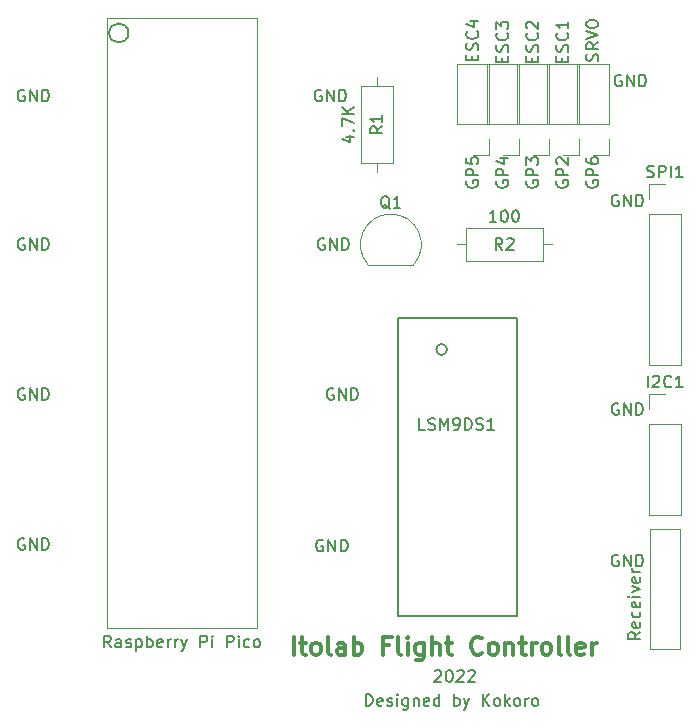
<source format=gto>
%TF.GenerationSoftware,KiCad,Pcbnew,(6.0.0-0)*%
%TF.CreationDate,2022-07-23T10:22:29+09:00*%
%TF.ProjectId,drone_board,64726f6e-655f-4626-9f61-72642e6b6963,rev?*%
%TF.SameCoordinates,Original*%
%TF.FileFunction,Legend,Top*%
%TF.FilePolarity,Positive*%
%FSLAX46Y46*%
G04 Gerber Fmt 4.6, Leading zero omitted, Abs format (unit mm)*
G04 Created by KiCad (PCBNEW (6.0.0-0)) date 2022-07-23 10:22:29*
%MOMM*%
%LPD*%
G01*
G04 APERTURE LIST*
%ADD10C,0.150000*%
%ADD11C,0.300000*%
%ADD12C,0.120000*%
%ADD13C,0.200000*%
G04 APERTURE END LIST*
D10*
X53467095Y-49030000D02*
X53371857Y-48982380D01*
X53229000Y-48982380D01*
X53086142Y-49030000D01*
X52990904Y-49125238D01*
X52943285Y-49220476D01*
X52895666Y-49410952D01*
X52895666Y-49553809D01*
X52943285Y-49744285D01*
X52990904Y-49839523D01*
X53086142Y-49934761D01*
X53229000Y-49982380D01*
X53324238Y-49982380D01*
X53467095Y-49934761D01*
X53514714Y-49887142D01*
X53514714Y-49553809D01*
X53324238Y-49553809D01*
X53943285Y-49982380D02*
X53943285Y-48982380D01*
X54514714Y-49982380D01*
X54514714Y-48982380D01*
X54990904Y-49982380D02*
X54990904Y-48982380D01*
X55229000Y-48982380D01*
X55371857Y-49030000D01*
X55467095Y-49125238D01*
X55514714Y-49220476D01*
X55562333Y-49410952D01*
X55562333Y-49553809D01*
X55514714Y-49744285D01*
X55467095Y-49839523D01*
X55371857Y-49934761D01*
X55229000Y-49982380D01*
X54990904Y-49982380D01*
X53467095Y-74430000D02*
X53371857Y-74382380D01*
X53229000Y-74382380D01*
X53086142Y-74430000D01*
X52990904Y-74525238D01*
X52943285Y-74620476D01*
X52895666Y-74810952D01*
X52895666Y-74953809D01*
X52943285Y-75144285D01*
X52990904Y-75239523D01*
X53086142Y-75334761D01*
X53229000Y-75382380D01*
X53324238Y-75382380D01*
X53467095Y-75334761D01*
X53514714Y-75287142D01*
X53514714Y-74953809D01*
X53324238Y-74953809D01*
X53943285Y-75382380D02*
X53943285Y-74382380D01*
X54514714Y-75382380D01*
X54514714Y-74382380D01*
X54990904Y-75382380D02*
X54990904Y-74382380D01*
X55229000Y-74382380D01*
X55371857Y-74430000D01*
X55467095Y-74525238D01*
X55514714Y-74620476D01*
X55562333Y-74810952D01*
X55562333Y-74953809D01*
X55514714Y-75144285D01*
X55467095Y-75239523D01*
X55371857Y-75334761D01*
X55229000Y-75382380D01*
X54990904Y-75382380D01*
X82376285Y-88590380D02*
X82376285Y-87590380D01*
X82614380Y-87590380D01*
X82757238Y-87638000D01*
X82852476Y-87733238D01*
X82900095Y-87828476D01*
X82947714Y-88018952D01*
X82947714Y-88161809D01*
X82900095Y-88352285D01*
X82852476Y-88447523D01*
X82757238Y-88542761D01*
X82614380Y-88590380D01*
X82376285Y-88590380D01*
X83757238Y-88542761D02*
X83662000Y-88590380D01*
X83471523Y-88590380D01*
X83376285Y-88542761D01*
X83328666Y-88447523D01*
X83328666Y-88066571D01*
X83376285Y-87971333D01*
X83471523Y-87923714D01*
X83662000Y-87923714D01*
X83757238Y-87971333D01*
X83804857Y-88066571D01*
X83804857Y-88161809D01*
X83328666Y-88257047D01*
X84185809Y-88542761D02*
X84281047Y-88590380D01*
X84471523Y-88590380D01*
X84566761Y-88542761D01*
X84614380Y-88447523D01*
X84614380Y-88399904D01*
X84566761Y-88304666D01*
X84471523Y-88257047D01*
X84328666Y-88257047D01*
X84233428Y-88209428D01*
X84185809Y-88114190D01*
X84185809Y-88066571D01*
X84233428Y-87971333D01*
X84328666Y-87923714D01*
X84471523Y-87923714D01*
X84566761Y-87971333D01*
X85042952Y-88590380D02*
X85042952Y-87923714D01*
X85042952Y-87590380D02*
X84995333Y-87638000D01*
X85042952Y-87685619D01*
X85090571Y-87638000D01*
X85042952Y-87590380D01*
X85042952Y-87685619D01*
X85947714Y-87923714D02*
X85947714Y-88733238D01*
X85900095Y-88828476D01*
X85852476Y-88876095D01*
X85757238Y-88923714D01*
X85614380Y-88923714D01*
X85519142Y-88876095D01*
X85947714Y-88542761D02*
X85852476Y-88590380D01*
X85662000Y-88590380D01*
X85566761Y-88542761D01*
X85519142Y-88495142D01*
X85471523Y-88399904D01*
X85471523Y-88114190D01*
X85519142Y-88018952D01*
X85566761Y-87971333D01*
X85662000Y-87923714D01*
X85852476Y-87923714D01*
X85947714Y-87971333D01*
X86423904Y-87923714D02*
X86423904Y-88590380D01*
X86423904Y-88018952D02*
X86471523Y-87971333D01*
X86566761Y-87923714D01*
X86709619Y-87923714D01*
X86804857Y-87971333D01*
X86852476Y-88066571D01*
X86852476Y-88590380D01*
X87709619Y-88542761D02*
X87614380Y-88590380D01*
X87423904Y-88590380D01*
X87328666Y-88542761D01*
X87281047Y-88447523D01*
X87281047Y-88066571D01*
X87328666Y-87971333D01*
X87423904Y-87923714D01*
X87614380Y-87923714D01*
X87709619Y-87971333D01*
X87757238Y-88066571D01*
X87757238Y-88161809D01*
X87281047Y-88257047D01*
X88614380Y-88590380D02*
X88614380Y-87590380D01*
X88614380Y-88542761D02*
X88519142Y-88590380D01*
X88328666Y-88590380D01*
X88233428Y-88542761D01*
X88185809Y-88495142D01*
X88138190Y-88399904D01*
X88138190Y-88114190D01*
X88185809Y-88018952D01*
X88233428Y-87971333D01*
X88328666Y-87923714D01*
X88519142Y-87923714D01*
X88614380Y-87971333D01*
X89852476Y-88590380D02*
X89852476Y-87590380D01*
X89852476Y-87971333D02*
X89947714Y-87923714D01*
X90138190Y-87923714D01*
X90233428Y-87971333D01*
X90281047Y-88018952D01*
X90328666Y-88114190D01*
X90328666Y-88399904D01*
X90281047Y-88495142D01*
X90233428Y-88542761D01*
X90138190Y-88590380D01*
X89947714Y-88590380D01*
X89852476Y-88542761D01*
X90662000Y-87923714D02*
X90900095Y-88590380D01*
X91138190Y-87923714D02*
X90900095Y-88590380D01*
X90804857Y-88828476D01*
X90757238Y-88876095D01*
X90662000Y-88923714D01*
X92281047Y-88590380D02*
X92281047Y-87590380D01*
X92852476Y-88590380D02*
X92423904Y-88018952D01*
X92852476Y-87590380D02*
X92281047Y-88161809D01*
X93423904Y-88590380D02*
X93328666Y-88542761D01*
X93281047Y-88495142D01*
X93233428Y-88399904D01*
X93233428Y-88114190D01*
X93281047Y-88018952D01*
X93328666Y-87971333D01*
X93423904Y-87923714D01*
X93566761Y-87923714D01*
X93662000Y-87971333D01*
X93709619Y-88018952D01*
X93757238Y-88114190D01*
X93757238Y-88399904D01*
X93709619Y-88495142D01*
X93662000Y-88542761D01*
X93566761Y-88590380D01*
X93423904Y-88590380D01*
X94185809Y-88590380D02*
X94185809Y-87590380D01*
X94281047Y-88209428D02*
X94566761Y-88590380D01*
X94566761Y-87923714D02*
X94185809Y-88304666D01*
X95138190Y-88590380D02*
X95042952Y-88542761D01*
X94995333Y-88495142D01*
X94947714Y-88399904D01*
X94947714Y-88114190D01*
X94995333Y-88018952D01*
X95042952Y-87971333D01*
X95138190Y-87923714D01*
X95281047Y-87923714D01*
X95376285Y-87971333D01*
X95423904Y-88018952D01*
X95471523Y-88114190D01*
X95471523Y-88399904D01*
X95423904Y-88495142D01*
X95376285Y-88542761D01*
X95281047Y-88590380D01*
X95138190Y-88590380D01*
X95900095Y-88590380D02*
X95900095Y-87923714D01*
X95900095Y-88114190D02*
X95947714Y-88018952D01*
X95995333Y-87971333D01*
X96090571Y-87923714D01*
X96185809Y-87923714D01*
X96662000Y-88590380D02*
X96566761Y-88542761D01*
X96519142Y-88495142D01*
X96471523Y-88399904D01*
X96471523Y-88114190D01*
X96519142Y-88018952D01*
X96566761Y-87971333D01*
X96662000Y-87923714D01*
X96804857Y-87923714D01*
X96900095Y-87971333D01*
X96947714Y-88018952D01*
X96995333Y-88114190D01*
X96995333Y-88399904D01*
X96947714Y-88495142D01*
X96900095Y-88542761D01*
X96804857Y-88590380D01*
X96662000Y-88590380D01*
X88201714Y-85653619D02*
X88249333Y-85606000D01*
X88344571Y-85558380D01*
X88582666Y-85558380D01*
X88677904Y-85606000D01*
X88725523Y-85653619D01*
X88773142Y-85748857D01*
X88773142Y-85844095D01*
X88725523Y-85986952D01*
X88154095Y-86558380D01*
X88773142Y-86558380D01*
X89392190Y-85558380D02*
X89487428Y-85558380D01*
X89582666Y-85606000D01*
X89630285Y-85653619D01*
X89677904Y-85748857D01*
X89725523Y-85939333D01*
X89725523Y-86177428D01*
X89677904Y-86367904D01*
X89630285Y-86463142D01*
X89582666Y-86510761D01*
X89487428Y-86558380D01*
X89392190Y-86558380D01*
X89296952Y-86510761D01*
X89249333Y-86463142D01*
X89201714Y-86367904D01*
X89154095Y-86177428D01*
X89154095Y-85939333D01*
X89201714Y-85748857D01*
X89249333Y-85653619D01*
X89296952Y-85606000D01*
X89392190Y-85558380D01*
X90106476Y-85653619D02*
X90154095Y-85606000D01*
X90249333Y-85558380D01*
X90487428Y-85558380D01*
X90582666Y-85606000D01*
X90630285Y-85653619D01*
X90677904Y-85748857D01*
X90677904Y-85844095D01*
X90630285Y-85986952D01*
X90058857Y-86558380D01*
X90677904Y-86558380D01*
X91058857Y-85653619D02*
X91106476Y-85606000D01*
X91201714Y-85558380D01*
X91439809Y-85558380D01*
X91535047Y-85606000D01*
X91582666Y-85653619D01*
X91630285Y-85748857D01*
X91630285Y-85844095D01*
X91582666Y-85986952D01*
X91011238Y-86558380D01*
X91630285Y-86558380D01*
D11*
X76276999Y-84244571D02*
X76276999Y-82744571D01*
X76776999Y-83244571D02*
X77348428Y-83244571D01*
X76991285Y-82744571D02*
X76991285Y-84030285D01*
X77062714Y-84173142D01*
X77205571Y-84244571D01*
X77348428Y-84244571D01*
X78062714Y-84244571D02*
X77919857Y-84173142D01*
X77848428Y-84101714D01*
X77776999Y-83958857D01*
X77776999Y-83530285D01*
X77848428Y-83387428D01*
X77919857Y-83316000D01*
X78062714Y-83244571D01*
X78276999Y-83244571D01*
X78419857Y-83316000D01*
X78491285Y-83387428D01*
X78562714Y-83530285D01*
X78562714Y-83958857D01*
X78491285Y-84101714D01*
X78419857Y-84173142D01*
X78276999Y-84244571D01*
X78062714Y-84244571D01*
X79419857Y-84244571D02*
X79276999Y-84173142D01*
X79205571Y-84030285D01*
X79205571Y-82744571D01*
X80634142Y-84244571D02*
X80634142Y-83458857D01*
X80562714Y-83316000D01*
X80419857Y-83244571D01*
X80134142Y-83244571D01*
X79991285Y-83316000D01*
X80634142Y-84173142D02*
X80491285Y-84244571D01*
X80134142Y-84244571D01*
X79991285Y-84173142D01*
X79919857Y-84030285D01*
X79919857Y-83887428D01*
X79991285Y-83744571D01*
X80134142Y-83673142D01*
X80491285Y-83673142D01*
X80634142Y-83601714D01*
X81348428Y-84244571D02*
X81348428Y-82744571D01*
X81348428Y-83316000D02*
X81491285Y-83244571D01*
X81776999Y-83244571D01*
X81919857Y-83316000D01*
X81991285Y-83387428D01*
X82062714Y-83530285D01*
X82062714Y-83958857D01*
X81991285Y-84101714D01*
X81919857Y-84173142D01*
X81776999Y-84244571D01*
X81491285Y-84244571D01*
X81348428Y-84173142D01*
X84348428Y-83458857D02*
X83848428Y-83458857D01*
X83848428Y-84244571D02*
X83848428Y-82744571D01*
X84562714Y-82744571D01*
X85348428Y-84244571D02*
X85205571Y-84173142D01*
X85134142Y-84030285D01*
X85134142Y-82744571D01*
X85919857Y-84244571D02*
X85919857Y-83244571D01*
X85919857Y-82744571D02*
X85848428Y-82816000D01*
X85919857Y-82887428D01*
X85991285Y-82816000D01*
X85919857Y-82744571D01*
X85919857Y-82887428D01*
X87276999Y-83244571D02*
X87276999Y-84458857D01*
X87205571Y-84601714D01*
X87134142Y-84673142D01*
X86991285Y-84744571D01*
X86776999Y-84744571D01*
X86634142Y-84673142D01*
X87276999Y-84173142D02*
X87134142Y-84244571D01*
X86848428Y-84244571D01*
X86705571Y-84173142D01*
X86634142Y-84101714D01*
X86562714Y-83958857D01*
X86562714Y-83530285D01*
X86634142Y-83387428D01*
X86705571Y-83316000D01*
X86848428Y-83244571D01*
X87134142Y-83244571D01*
X87276999Y-83316000D01*
X87991285Y-84244571D02*
X87991285Y-82744571D01*
X88634142Y-84244571D02*
X88634142Y-83458857D01*
X88562714Y-83316000D01*
X88419857Y-83244571D01*
X88205571Y-83244571D01*
X88062714Y-83316000D01*
X87991285Y-83387428D01*
X89134142Y-83244571D02*
X89705571Y-83244571D01*
X89348428Y-82744571D02*
X89348428Y-84030285D01*
X89419857Y-84173142D01*
X89562714Y-84244571D01*
X89705571Y-84244571D01*
X92205571Y-84101714D02*
X92134142Y-84173142D01*
X91919857Y-84244571D01*
X91776999Y-84244571D01*
X91562714Y-84173142D01*
X91419857Y-84030285D01*
X91348428Y-83887428D01*
X91276999Y-83601714D01*
X91276999Y-83387428D01*
X91348428Y-83101714D01*
X91419857Y-82958857D01*
X91562714Y-82816000D01*
X91776999Y-82744571D01*
X91919857Y-82744571D01*
X92134142Y-82816000D01*
X92205571Y-82887428D01*
X93062714Y-84244571D02*
X92919857Y-84173142D01*
X92848428Y-84101714D01*
X92776999Y-83958857D01*
X92776999Y-83530285D01*
X92848428Y-83387428D01*
X92919857Y-83316000D01*
X93062714Y-83244571D01*
X93276999Y-83244571D01*
X93419857Y-83316000D01*
X93491285Y-83387428D01*
X93562714Y-83530285D01*
X93562714Y-83958857D01*
X93491285Y-84101714D01*
X93419857Y-84173142D01*
X93276999Y-84244571D01*
X93062714Y-84244571D01*
X94205571Y-83244571D02*
X94205571Y-84244571D01*
X94205571Y-83387428D02*
X94276999Y-83316000D01*
X94419857Y-83244571D01*
X94634142Y-83244571D01*
X94776999Y-83316000D01*
X94848428Y-83458857D01*
X94848428Y-84244571D01*
X95348428Y-83244571D02*
X95919857Y-83244571D01*
X95562714Y-82744571D02*
X95562714Y-84030285D01*
X95634142Y-84173142D01*
X95776999Y-84244571D01*
X95919857Y-84244571D01*
X96419857Y-84244571D02*
X96419857Y-83244571D01*
X96419857Y-83530285D02*
X96491285Y-83387428D01*
X96562714Y-83316000D01*
X96705571Y-83244571D01*
X96848428Y-83244571D01*
X97562714Y-84244571D02*
X97419857Y-84173142D01*
X97348428Y-84101714D01*
X97277000Y-83958857D01*
X97277000Y-83530285D01*
X97348428Y-83387428D01*
X97419857Y-83316000D01*
X97562714Y-83244571D01*
X97777000Y-83244571D01*
X97919857Y-83316000D01*
X97991285Y-83387428D01*
X98062714Y-83530285D01*
X98062714Y-83958857D01*
X97991285Y-84101714D01*
X97919857Y-84173142D01*
X97777000Y-84244571D01*
X97562714Y-84244571D01*
X98919857Y-84244571D02*
X98777000Y-84173142D01*
X98705571Y-84030285D01*
X98705571Y-82744571D01*
X99705571Y-84244571D02*
X99562714Y-84173142D01*
X99491285Y-84030285D01*
X99491285Y-82744571D01*
X100848428Y-84173142D02*
X100705571Y-84244571D01*
X100419857Y-84244571D01*
X100277000Y-84173142D01*
X100205571Y-84030285D01*
X100205571Y-83458857D01*
X100277000Y-83316000D01*
X100419857Y-83244571D01*
X100705571Y-83244571D01*
X100848428Y-83316000D01*
X100919857Y-83458857D01*
X100919857Y-83601714D01*
X100205571Y-83744571D01*
X101562714Y-84244571D02*
X101562714Y-83244571D01*
X101562714Y-83530285D02*
X101634142Y-83387428D01*
X101705571Y-83316000D01*
X101848428Y-83244571D01*
X101991285Y-83244571D01*
D10*
X104013095Y-35187000D02*
X103917857Y-35139380D01*
X103775000Y-35139380D01*
X103632142Y-35187000D01*
X103536904Y-35282238D01*
X103489285Y-35377476D01*
X103441666Y-35567952D01*
X103441666Y-35710809D01*
X103489285Y-35901285D01*
X103536904Y-35996523D01*
X103632142Y-36091761D01*
X103775000Y-36139380D01*
X103870238Y-36139380D01*
X104013095Y-36091761D01*
X104060714Y-36044142D01*
X104060714Y-35710809D01*
X103870238Y-35710809D01*
X104489285Y-36139380D02*
X104489285Y-35139380D01*
X105060714Y-36139380D01*
X105060714Y-35139380D01*
X105536904Y-36139380D02*
X105536904Y-35139380D01*
X105775000Y-35139380D01*
X105917857Y-35187000D01*
X106013095Y-35282238D01*
X106060714Y-35377476D01*
X106108333Y-35567952D01*
X106108333Y-35710809D01*
X106060714Y-35901285D01*
X106013095Y-35996523D01*
X105917857Y-36091761D01*
X105775000Y-36139380D01*
X105536904Y-36139380D01*
X79629095Y-61730000D02*
X79533857Y-61682380D01*
X79391000Y-61682380D01*
X79248142Y-61730000D01*
X79152904Y-61825238D01*
X79105285Y-61920476D01*
X79057666Y-62110952D01*
X79057666Y-62253809D01*
X79105285Y-62444285D01*
X79152904Y-62539523D01*
X79248142Y-62634761D01*
X79391000Y-62682380D01*
X79486238Y-62682380D01*
X79629095Y-62634761D01*
X79676714Y-62587142D01*
X79676714Y-62253809D01*
X79486238Y-62253809D01*
X80105285Y-62682380D02*
X80105285Y-61682380D01*
X80676714Y-62682380D01*
X80676714Y-61682380D01*
X81152904Y-62682380D02*
X81152904Y-61682380D01*
X81391000Y-61682380D01*
X81533857Y-61730000D01*
X81629095Y-61825238D01*
X81676714Y-61920476D01*
X81724333Y-62110952D01*
X81724333Y-62253809D01*
X81676714Y-62444285D01*
X81629095Y-62539523D01*
X81533857Y-62634761D01*
X81391000Y-62682380D01*
X81152904Y-62682380D01*
X103759095Y-75827000D02*
X103663857Y-75779380D01*
X103521000Y-75779380D01*
X103378142Y-75827000D01*
X103282904Y-75922238D01*
X103235285Y-76017476D01*
X103187666Y-76207952D01*
X103187666Y-76350809D01*
X103235285Y-76541285D01*
X103282904Y-76636523D01*
X103378142Y-76731761D01*
X103521000Y-76779380D01*
X103616238Y-76779380D01*
X103759095Y-76731761D01*
X103806714Y-76684142D01*
X103806714Y-76350809D01*
X103616238Y-76350809D01*
X104235285Y-76779380D02*
X104235285Y-75779380D01*
X104806714Y-76779380D01*
X104806714Y-75779380D01*
X105282904Y-76779380D02*
X105282904Y-75779380D01*
X105521000Y-75779380D01*
X105663857Y-75827000D01*
X105759095Y-75922238D01*
X105806714Y-76017476D01*
X105854333Y-76207952D01*
X105854333Y-76350809D01*
X105806714Y-76541285D01*
X105759095Y-76636523D01*
X105663857Y-76731761D01*
X105521000Y-76779380D01*
X105282904Y-76779380D01*
X103759095Y-45347000D02*
X103663857Y-45299380D01*
X103521000Y-45299380D01*
X103378142Y-45347000D01*
X103282904Y-45442238D01*
X103235285Y-45537476D01*
X103187666Y-45727952D01*
X103187666Y-45870809D01*
X103235285Y-46061285D01*
X103282904Y-46156523D01*
X103378142Y-46251761D01*
X103521000Y-46299380D01*
X103616238Y-46299380D01*
X103759095Y-46251761D01*
X103806714Y-46204142D01*
X103806714Y-45870809D01*
X103616238Y-45870809D01*
X104235285Y-46299380D02*
X104235285Y-45299380D01*
X104806714Y-46299380D01*
X104806714Y-45299380D01*
X105282904Y-46299380D02*
X105282904Y-45299380D01*
X105521000Y-45299380D01*
X105663857Y-45347000D01*
X105759095Y-45442238D01*
X105806714Y-45537476D01*
X105854333Y-45727952D01*
X105854333Y-45870809D01*
X105806714Y-46061285D01*
X105759095Y-46156523D01*
X105663857Y-46251761D01*
X105521000Y-46299380D01*
X105282904Y-46299380D01*
X53467095Y-36457000D02*
X53371857Y-36409380D01*
X53229000Y-36409380D01*
X53086142Y-36457000D01*
X52990904Y-36552238D01*
X52943285Y-36647476D01*
X52895666Y-36837952D01*
X52895666Y-36980809D01*
X52943285Y-37171285D01*
X52990904Y-37266523D01*
X53086142Y-37361761D01*
X53229000Y-37409380D01*
X53324238Y-37409380D01*
X53467095Y-37361761D01*
X53514714Y-37314142D01*
X53514714Y-36980809D01*
X53324238Y-36980809D01*
X53943285Y-37409380D02*
X53943285Y-36409380D01*
X54514714Y-37409380D01*
X54514714Y-36409380D01*
X54990904Y-37409380D02*
X54990904Y-36409380D01*
X55229000Y-36409380D01*
X55371857Y-36457000D01*
X55467095Y-36552238D01*
X55514714Y-36647476D01*
X55562333Y-36837952D01*
X55562333Y-36980809D01*
X55514714Y-37171285D01*
X55467095Y-37266523D01*
X55371857Y-37361761D01*
X55229000Y-37409380D01*
X54990904Y-37409380D01*
X78867095Y-49030000D02*
X78771857Y-48982380D01*
X78629000Y-48982380D01*
X78486142Y-49030000D01*
X78390904Y-49125238D01*
X78343285Y-49220476D01*
X78295666Y-49410952D01*
X78295666Y-49553809D01*
X78343285Y-49744285D01*
X78390904Y-49839523D01*
X78486142Y-49934761D01*
X78629000Y-49982380D01*
X78724238Y-49982380D01*
X78867095Y-49934761D01*
X78914714Y-49887142D01*
X78914714Y-49553809D01*
X78724238Y-49553809D01*
X79343285Y-49982380D02*
X79343285Y-48982380D01*
X79914714Y-49982380D01*
X79914714Y-48982380D01*
X80390904Y-49982380D02*
X80390904Y-48982380D01*
X80629000Y-48982380D01*
X80771857Y-49030000D01*
X80867095Y-49125238D01*
X80914714Y-49220476D01*
X80962333Y-49410952D01*
X80962333Y-49553809D01*
X80914714Y-49744285D01*
X80867095Y-49839523D01*
X80771857Y-49934761D01*
X80629000Y-49982380D01*
X80390904Y-49982380D01*
X78613095Y-36457000D02*
X78517857Y-36409380D01*
X78375000Y-36409380D01*
X78232142Y-36457000D01*
X78136904Y-36552238D01*
X78089285Y-36647476D01*
X78041666Y-36837952D01*
X78041666Y-36980809D01*
X78089285Y-37171285D01*
X78136904Y-37266523D01*
X78232142Y-37361761D01*
X78375000Y-37409380D01*
X78470238Y-37409380D01*
X78613095Y-37361761D01*
X78660714Y-37314142D01*
X78660714Y-36980809D01*
X78470238Y-36980809D01*
X79089285Y-37409380D02*
X79089285Y-36409380D01*
X79660714Y-37409380D01*
X79660714Y-36409380D01*
X80136904Y-37409380D02*
X80136904Y-36409380D01*
X80375000Y-36409380D01*
X80517857Y-36457000D01*
X80613095Y-36552238D01*
X80660714Y-36647476D01*
X80708333Y-36837952D01*
X80708333Y-36980809D01*
X80660714Y-37171285D01*
X80613095Y-37266523D01*
X80517857Y-37361761D01*
X80375000Y-37409380D01*
X80136904Y-37409380D01*
X78740095Y-74557000D02*
X78644857Y-74509380D01*
X78502000Y-74509380D01*
X78359142Y-74557000D01*
X78263904Y-74652238D01*
X78216285Y-74747476D01*
X78168666Y-74937952D01*
X78168666Y-75080809D01*
X78216285Y-75271285D01*
X78263904Y-75366523D01*
X78359142Y-75461761D01*
X78502000Y-75509380D01*
X78597238Y-75509380D01*
X78740095Y-75461761D01*
X78787714Y-75414142D01*
X78787714Y-75080809D01*
X78597238Y-75080809D01*
X79216285Y-75509380D02*
X79216285Y-74509380D01*
X79787714Y-75509380D01*
X79787714Y-74509380D01*
X80263904Y-75509380D02*
X80263904Y-74509380D01*
X80502000Y-74509380D01*
X80644857Y-74557000D01*
X80740095Y-74652238D01*
X80787714Y-74747476D01*
X80835333Y-74937952D01*
X80835333Y-75080809D01*
X80787714Y-75271285D01*
X80740095Y-75366523D01*
X80644857Y-75461761D01*
X80502000Y-75509380D01*
X80263904Y-75509380D01*
X53467095Y-61730000D02*
X53371857Y-61682380D01*
X53229000Y-61682380D01*
X53086142Y-61730000D01*
X52990904Y-61825238D01*
X52943285Y-61920476D01*
X52895666Y-62110952D01*
X52895666Y-62253809D01*
X52943285Y-62444285D01*
X52990904Y-62539523D01*
X53086142Y-62634761D01*
X53229000Y-62682380D01*
X53324238Y-62682380D01*
X53467095Y-62634761D01*
X53514714Y-62587142D01*
X53514714Y-62253809D01*
X53324238Y-62253809D01*
X53943285Y-62682380D02*
X53943285Y-61682380D01*
X54514714Y-62682380D01*
X54514714Y-61682380D01*
X54990904Y-62682380D02*
X54990904Y-61682380D01*
X55229000Y-61682380D01*
X55371857Y-61730000D01*
X55467095Y-61825238D01*
X55514714Y-61920476D01*
X55562333Y-62110952D01*
X55562333Y-62253809D01*
X55514714Y-62444285D01*
X55467095Y-62539523D01*
X55371857Y-62634761D01*
X55229000Y-62682380D01*
X54990904Y-62682380D01*
X103759095Y-63000000D02*
X103663857Y-62952380D01*
X103521000Y-62952380D01*
X103378142Y-63000000D01*
X103282904Y-63095238D01*
X103235285Y-63190476D01*
X103187666Y-63380952D01*
X103187666Y-63523809D01*
X103235285Y-63714285D01*
X103282904Y-63809523D01*
X103378142Y-63904761D01*
X103521000Y-63952380D01*
X103616238Y-63952380D01*
X103759095Y-63904761D01*
X103806714Y-63857142D01*
X103806714Y-63523809D01*
X103616238Y-63523809D01*
X104235285Y-63952380D02*
X104235285Y-62952380D01*
X104806714Y-63952380D01*
X104806714Y-62952380D01*
X105282904Y-63952380D02*
X105282904Y-62952380D01*
X105521000Y-62952380D01*
X105663857Y-63000000D01*
X105759095Y-63095238D01*
X105806714Y-63190476D01*
X105854333Y-63380952D01*
X105854333Y-63523809D01*
X105806714Y-63714285D01*
X105759095Y-63809523D01*
X105663857Y-63904761D01*
X105521000Y-63952380D01*
X105282904Y-63952380D01*
%TO.C,GP6*%
X101100000Y-44148285D02*
X101052380Y-44243523D01*
X101052380Y-44386380D01*
X101100000Y-44529238D01*
X101195238Y-44624476D01*
X101290476Y-44672095D01*
X101480952Y-44719714D01*
X101623809Y-44719714D01*
X101814285Y-44672095D01*
X101909523Y-44624476D01*
X102004761Y-44529238D01*
X102052380Y-44386380D01*
X102052380Y-44291142D01*
X102004761Y-44148285D01*
X101957142Y-44100666D01*
X101623809Y-44100666D01*
X101623809Y-44291142D01*
X102052380Y-43672095D02*
X101052380Y-43672095D01*
X101052380Y-43291142D01*
X101100000Y-43195904D01*
X101147619Y-43148285D01*
X101242857Y-43100666D01*
X101385714Y-43100666D01*
X101480952Y-43148285D01*
X101528571Y-43195904D01*
X101576190Y-43291142D01*
X101576190Y-43672095D01*
X101052380Y-42243523D02*
X101052380Y-42434000D01*
X101100000Y-42529238D01*
X101147619Y-42576857D01*
X101290476Y-42672095D01*
X101480952Y-42719714D01*
X101861904Y-42719714D01*
X101957142Y-42672095D01*
X102004761Y-42624476D01*
X102052380Y-42529238D01*
X102052380Y-42338761D01*
X102004761Y-42243523D01*
X101957142Y-42195904D01*
X101861904Y-42148285D01*
X101623809Y-42148285D01*
X101528571Y-42195904D01*
X101480952Y-42243523D01*
X101433333Y-42338761D01*
X101433333Y-42529238D01*
X101480952Y-42624476D01*
X101528571Y-42672095D01*
X101623809Y-42719714D01*
X102004761Y-33996095D02*
X102052380Y-33853238D01*
X102052380Y-33615142D01*
X102004761Y-33519904D01*
X101957142Y-33472285D01*
X101861904Y-33424666D01*
X101766666Y-33424666D01*
X101671428Y-33472285D01*
X101623809Y-33519904D01*
X101576190Y-33615142D01*
X101528571Y-33805619D01*
X101480952Y-33900857D01*
X101433333Y-33948476D01*
X101338095Y-33996095D01*
X101242857Y-33996095D01*
X101147619Y-33948476D01*
X101100000Y-33900857D01*
X101052380Y-33805619D01*
X101052380Y-33567523D01*
X101100000Y-33424666D01*
X102052380Y-32424666D02*
X101576190Y-32758000D01*
X102052380Y-32996095D02*
X101052380Y-32996095D01*
X101052380Y-32615142D01*
X101100000Y-32519904D01*
X101147619Y-32472285D01*
X101242857Y-32424666D01*
X101385714Y-32424666D01*
X101480952Y-32472285D01*
X101528571Y-32519904D01*
X101576190Y-32615142D01*
X101576190Y-32996095D01*
X101052380Y-32138952D02*
X102052380Y-31805619D01*
X101052380Y-31472285D01*
X101052380Y-30948476D02*
X101052380Y-30758000D01*
X101100000Y-30662761D01*
X101195238Y-30567523D01*
X101385714Y-30519904D01*
X101719047Y-30519904D01*
X101909523Y-30567523D01*
X102004761Y-30662761D01*
X102052380Y-30758000D01*
X102052380Y-30948476D01*
X102004761Y-31043714D01*
X101909523Y-31138952D01*
X101719047Y-31186571D01*
X101385714Y-31186571D01*
X101195238Y-31138952D01*
X101100000Y-31043714D01*
X101052380Y-30948476D01*
%TO.C,Q1*%
X84406761Y-46517619D02*
X84311523Y-46470000D01*
X84216285Y-46374761D01*
X84073428Y-46231904D01*
X83978190Y-46184285D01*
X83882952Y-46184285D01*
X83930571Y-46422380D02*
X83835333Y-46374761D01*
X83740095Y-46279523D01*
X83692476Y-46089047D01*
X83692476Y-45755714D01*
X83740095Y-45565238D01*
X83835333Y-45470000D01*
X83930571Y-45422380D01*
X84121047Y-45422380D01*
X84216285Y-45470000D01*
X84311523Y-45565238D01*
X84359142Y-45755714D01*
X84359142Y-46089047D01*
X84311523Y-46279523D01*
X84216285Y-46374761D01*
X84121047Y-46422380D01*
X83930571Y-46422380D01*
X85311523Y-46422380D02*
X84740095Y-46422380D01*
X85025809Y-46422380D02*
X85025809Y-45422380D01*
X84930571Y-45565238D01*
X84835333Y-45660476D01*
X84740095Y-45708095D01*
%TO.C,U3*%
X105608380Y-82343333D02*
X105132190Y-82676666D01*
X105608380Y-82914761D02*
X104608380Y-82914761D01*
X104608380Y-82533809D01*
X104656000Y-82438571D01*
X104703619Y-82390952D01*
X104798857Y-82343333D01*
X104941714Y-82343333D01*
X105036952Y-82390952D01*
X105084571Y-82438571D01*
X105132190Y-82533809D01*
X105132190Y-82914761D01*
X105560761Y-81533809D02*
X105608380Y-81629047D01*
X105608380Y-81819523D01*
X105560761Y-81914761D01*
X105465523Y-81962380D01*
X105084571Y-81962380D01*
X104989333Y-81914761D01*
X104941714Y-81819523D01*
X104941714Y-81629047D01*
X104989333Y-81533809D01*
X105084571Y-81486190D01*
X105179809Y-81486190D01*
X105275047Y-81962380D01*
X105560761Y-80629047D02*
X105608380Y-80724285D01*
X105608380Y-80914761D01*
X105560761Y-81010000D01*
X105513142Y-81057619D01*
X105417904Y-81105238D01*
X105132190Y-81105238D01*
X105036952Y-81057619D01*
X104989333Y-81010000D01*
X104941714Y-80914761D01*
X104941714Y-80724285D01*
X104989333Y-80629047D01*
X105560761Y-79819523D02*
X105608380Y-79914761D01*
X105608380Y-80105238D01*
X105560761Y-80200476D01*
X105465523Y-80248095D01*
X105084571Y-80248095D01*
X104989333Y-80200476D01*
X104941714Y-80105238D01*
X104941714Y-79914761D01*
X104989333Y-79819523D01*
X105084571Y-79771904D01*
X105179809Y-79771904D01*
X105275047Y-80248095D01*
X105608380Y-79343333D02*
X104941714Y-79343333D01*
X104608380Y-79343333D02*
X104656000Y-79390952D01*
X104703619Y-79343333D01*
X104656000Y-79295714D01*
X104608380Y-79343333D01*
X104703619Y-79343333D01*
X104941714Y-78962380D02*
X105608380Y-78724285D01*
X104941714Y-78486190D01*
X105560761Y-77724285D02*
X105608380Y-77819523D01*
X105608380Y-78010000D01*
X105560761Y-78105238D01*
X105465523Y-78152857D01*
X105084571Y-78152857D01*
X104989333Y-78105238D01*
X104941714Y-78010000D01*
X104941714Y-77819523D01*
X104989333Y-77724285D01*
X105084571Y-77676666D01*
X105179809Y-77676666D01*
X105275047Y-78152857D01*
X105608380Y-77248095D02*
X104941714Y-77248095D01*
X105132190Y-77248095D02*
X105036952Y-77200476D01*
X104989333Y-77152857D01*
X104941714Y-77057619D01*
X104941714Y-76962380D01*
%TO.C,U1*%
X60802000Y-83637380D02*
X60468666Y-83161190D01*
X60230571Y-83637380D02*
X60230571Y-82637380D01*
X60611523Y-82637380D01*
X60706761Y-82685000D01*
X60754380Y-82732619D01*
X60802000Y-82827857D01*
X60802000Y-82970714D01*
X60754380Y-83065952D01*
X60706761Y-83113571D01*
X60611523Y-83161190D01*
X60230571Y-83161190D01*
X61659142Y-83637380D02*
X61659142Y-83113571D01*
X61611523Y-83018333D01*
X61516285Y-82970714D01*
X61325809Y-82970714D01*
X61230571Y-83018333D01*
X61659142Y-83589761D02*
X61563904Y-83637380D01*
X61325809Y-83637380D01*
X61230571Y-83589761D01*
X61182952Y-83494523D01*
X61182952Y-83399285D01*
X61230571Y-83304047D01*
X61325809Y-83256428D01*
X61563904Y-83256428D01*
X61659142Y-83208809D01*
X62087714Y-83589761D02*
X62182952Y-83637380D01*
X62373428Y-83637380D01*
X62468666Y-83589761D01*
X62516285Y-83494523D01*
X62516285Y-83446904D01*
X62468666Y-83351666D01*
X62373428Y-83304047D01*
X62230571Y-83304047D01*
X62135333Y-83256428D01*
X62087714Y-83161190D01*
X62087714Y-83113571D01*
X62135333Y-83018333D01*
X62230571Y-82970714D01*
X62373428Y-82970714D01*
X62468666Y-83018333D01*
X62944857Y-82970714D02*
X62944857Y-83970714D01*
X62944857Y-83018333D02*
X63040095Y-82970714D01*
X63230571Y-82970714D01*
X63325809Y-83018333D01*
X63373428Y-83065952D01*
X63421047Y-83161190D01*
X63421047Y-83446904D01*
X63373428Y-83542142D01*
X63325809Y-83589761D01*
X63230571Y-83637380D01*
X63040095Y-83637380D01*
X62944857Y-83589761D01*
X63849619Y-83637380D02*
X63849619Y-82637380D01*
X63849619Y-83018333D02*
X63944857Y-82970714D01*
X64135333Y-82970714D01*
X64230571Y-83018333D01*
X64278190Y-83065952D01*
X64325809Y-83161190D01*
X64325809Y-83446904D01*
X64278190Y-83542142D01*
X64230571Y-83589761D01*
X64135333Y-83637380D01*
X63944857Y-83637380D01*
X63849619Y-83589761D01*
X65135333Y-83589761D02*
X65040095Y-83637380D01*
X64849619Y-83637380D01*
X64754380Y-83589761D01*
X64706761Y-83494523D01*
X64706761Y-83113571D01*
X64754380Y-83018333D01*
X64849619Y-82970714D01*
X65040095Y-82970714D01*
X65135333Y-83018333D01*
X65182952Y-83113571D01*
X65182952Y-83208809D01*
X64706761Y-83304047D01*
X65611523Y-83637380D02*
X65611523Y-82970714D01*
X65611523Y-83161190D02*
X65659142Y-83065952D01*
X65706761Y-83018333D01*
X65802000Y-82970714D01*
X65897238Y-82970714D01*
X66230571Y-83637380D02*
X66230571Y-82970714D01*
X66230571Y-83161190D02*
X66278190Y-83065952D01*
X66325809Y-83018333D01*
X66421047Y-82970714D01*
X66516285Y-82970714D01*
X66754380Y-82970714D02*
X66992476Y-83637380D01*
X67230571Y-82970714D02*
X66992476Y-83637380D01*
X66897238Y-83875476D01*
X66849619Y-83923095D01*
X66754380Y-83970714D01*
X68373428Y-83637380D02*
X68373428Y-82637380D01*
X68754380Y-82637380D01*
X68849619Y-82685000D01*
X68897238Y-82732619D01*
X68944857Y-82827857D01*
X68944857Y-82970714D01*
X68897238Y-83065952D01*
X68849619Y-83113571D01*
X68754380Y-83161190D01*
X68373428Y-83161190D01*
X69373428Y-83637380D02*
X69373428Y-82970714D01*
X69373428Y-82637380D02*
X69325809Y-82685000D01*
X69373428Y-82732619D01*
X69421047Y-82685000D01*
X69373428Y-82637380D01*
X69373428Y-82732619D01*
X70611523Y-83637380D02*
X70611523Y-82637380D01*
X70992476Y-82637380D01*
X71087714Y-82685000D01*
X71135333Y-82732619D01*
X71182952Y-82827857D01*
X71182952Y-82970714D01*
X71135333Y-83065952D01*
X71087714Y-83113571D01*
X70992476Y-83161190D01*
X70611523Y-83161190D01*
X71611523Y-83637380D02*
X71611523Y-82970714D01*
X71611523Y-82637380D02*
X71563904Y-82685000D01*
X71611523Y-82732619D01*
X71659142Y-82685000D01*
X71611523Y-82637380D01*
X71611523Y-82732619D01*
X72516285Y-83589761D02*
X72421047Y-83637380D01*
X72230571Y-83637380D01*
X72135333Y-83589761D01*
X72087714Y-83542142D01*
X72040095Y-83446904D01*
X72040095Y-83161190D01*
X72087714Y-83065952D01*
X72135333Y-83018333D01*
X72230571Y-82970714D01*
X72421047Y-82970714D01*
X72516285Y-83018333D01*
X73087714Y-83637380D02*
X72992476Y-83589761D01*
X72944857Y-83542142D01*
X72897238Y-83446904D01*
X72897238Y-83161190D01*
X72944857Y-83065952D01*
X72992476Y-83018333D01*
X73087714Y-82970714D01*
X73230571Y-82970714D01*
X73325809Y-83018333D01*
X73373428Y-83065952D01*
X73421047Y-83161190D01*
X73421047Y-83446904D01*
X73373428Y-83542142D01*
X73325809Y-83589761D01*
X73230571Y-83637380D01*
X73087714Y-83637380D01*
%TO.C,R1*%
X83764380Y-39536666D02*
X83288190Y-39870000D01*
X83764380Y-40108095D02*
X82764380Y-40108095D01*
X82764380Y-39727142D01*
X82812000Y-39631904D01*
X82859619Y-39584285D01*
X82954857Y-39536666D01*
X83097714Y-39536666D01*
X83192952Y-39584285D01*
X83240571Y-39631904D01*
X83288190Y-39727142D01*
X83288190Y-40108095D01*
X83764380Y-38584285D02*
X83764380Y-39155714D01*
X83764380Y-38870000D02*
X82764380Y-38870000D01*
X82907238Y-38965238D01*
X83002476Y-39060476D01*
X83050095Y-39155714D01*
X80727714Y-40393809D02*
X81394380Y-40393809D01*
X80346761Y-40631904D02*
X81061047Y-40870000D01*
X81061047Y-40250952D01*
X81299142Y-39870000D02*
X81346761Y-39822380D01*
X81394380Y-39870000D01*
X81346761Y-39917619D01*
X81299142Y-39870000D01*
X81394380Y-39870000D01*
X80394380Y-39489047D02*
X80394380Y-38822380D01*
X81394380Y-39250952D01*
X81394380Y-38441428D02*
X80394380Y-38441428D01*
X81394380Y-37870000D02*
X80822952Y-38298571D01*
X80394380Y-37870000D02*
X80965809Y-38441428D01*
%TO.C,R2*%
X93940333Y-49982380D02*
X93607000Y-49506190D01*
X93368904Y-49982380D02*
X93368904Y-48982380D01*
X93749857Y-48982380D01*
X93845095Y-49030000D01*
X93892714Y-49077619D01*
X93940333Y-49172857D01*
X93940333Y-49315714D01*
X93892714Y-49410952D01*
X93845095Y-49458571D01*
X93749857Y-49506190D01*
X93368904Y-49506190D01*
X94321285Y-49077619D02*
X94368904Y-49030000D01*
X94464142Y-48982380D01*
X94702238Y-48982380D01*
X94797476Y-49030000D01*
X94845095Y-49077619D01*
X94892714Y-49172857D01*
X94892714Y-49268095D01*
X94845095Y-49410952D01*
X94273666Y-49982380D01*
X94892714Y-49982380D01*
X93440333Y-47612380D02*
X92868904Y-47612380D01*
X93154619Y-47612380D02*
X93154619Y-46612380D01*
X93059380Y-46755238D01*
X92964142Y-46850476D01*
X92868904Y-46898095D01*
X94059380Y-46612380D02*
X94154619Y-46612380D01*
X94249857Y-46660000D01*
X94297476Y-46707619D01*
X94345095Y-46802857D01*
X94392714Y-46993333D01*
X94392714Y-47231428D01*
X94345095Y-47421904D01*
X94297476Y-47517142D01*
X94249857Y-47564761D01*
X94154619Y-47612380D01*
X94059380Y-47612380D01*
X93964142Y-47564761D01*
X93916523Y-47517142D01*
X93868904Y-47421904D01*
X93821285Y-47231428D01*
X93821285Y-46993333D01*
X93868904Y-46802857D01*
X93916523Y-46707619D01*
X93964142Y-46660000D01*
X94059380Y-46612380D01*
X95011761Y-46612380D02*
X95107000Y-46612380D01*
X95202238Y-46660000D01*
X95249857Y-46707619D01*
X95297476Y-46802857D01*
X95345095Y-46993333D01*
X95345095Y-47231428D01*
X95297476Y-47421904D01*
X95249857Y-47517142D01*
X95202238Y-47564761D01*
X95107000Y-47612380D01*
X95011761Y-47612380D01*
X94916523Y-47564761D01*
X94868904Y-47517142D01*
X94821285Y-47421904D01*
X94773666Y-47231428D01*
X94773666Y-46993333D01*
X94821285Y-46802857D01*
X94868904Y-46707619D01*
X94916523Y-46660000D01*
X95011761Y-46612380D01*
%TO.C,U2*%
X87395333Y-65222380D02*
X86919142Y-65222380D01*
X86919142Y-64222380D01*
X87681047Y-65174761D02*
X87823904Y-65222380D01*
X88062000Y-65222380D01*
X88157238Y-65174761D01*
X88204857Y-65127142D01*
X88252476Y-65031904D01*
X88252476Y-64936666D01*
X88204857Y-64841428D01*
X88157238Y-64793809D01*
X88062000Y-64746190D01*
X87871523Y-64698571D01*
X87776285Y-64650952D01*
X87728666Y-64603333D01*
X87681047Y-64508095D01*
X87681047Y-64412857D01*
X87728666Y-64317619D01*
X87776285Y-64270000D01*
X87871523Y-64222380D01*
X88109619Y-64222380D01*
X88252476Y-64270000D01*
X88681047Y-65222380D02*
X88681047Y-64222380D01*
X89014380Y-64936666D01*
X89347714Y-64222380D01*
X89347714Y-65222380D01*
X89871523Y-65222380D02*
X90062000Y-65222380D01*
X90157238Y-65174761D01*
X90204857Y-65127142D01*
X90300095Y-64984285D01*
X90347714Y-64793809D01*
X90347714Y-64412857D01*
X90300095Y-64317619D01*
X90252476Y-64270000D01*
X90157238Y-64222380D01*
X89966761Y-64222380D01*
X89871523Y-64270000D01*
X89823904Y-64317619D01*
X89776285Y-64412857D01*
X89776285Y-64650952D01*
X89823904Y-64746190D01*
X89871523Y-64793809D01*
X89966761Y-64841428D01*
X90157238Y-64841428D01*
X90252476Y-64793809D01*
X90300095Y-64746190D01*
X90347714Y-64650952D01*
X90776285Y-65222380D02*
X90776285Y-64222380D01*
X91014380Y-64222380D01*
X91157238Y-64270000D01*
X91252476Y-64365238D01*
X91300095Y-64460476D01*
X91347714Y-64650952D01*
X91347714Y-64793809D01*
X91300095Y-64984285D01*
X91252476Y-65079523D01*
X91157238Y-65174761D01*
X91014380Y-65222380D01*
X90776285Y-65222380D01*
X91728666Y-65174761D02*
X91871523Y-65222380D01*
X92109619Y-65222380D01*
X92204857Y-65174761D01*
X92252476Y-65127142D01*
X92300095Y-65031904D01*
X92300095Y-64936666D01*
X92252476Y-64841428D01*
X92204857Y-64793809D01*
X92109619Y-64746190D01*
X91919142Y-64698571D01*
X91823904Y-64650952D01*
X91776285Y-64603333D01*
X91728666Y-64508095D01*
X91728666Y-64412857D01*
X91776285Y-64317619D01*
X91823904Y-64270000D01*
X91919142Y-64222380D01*
X92157238Y-64222380D01*
X92300095Y-64270000D01*
X93252476Y-65222380D02*
X92681047Y-65222380D01*
X92966761Y-65222380D02*
X92966761Y-64222380D01*
X92871523Y-64365238D01*
X92776285Y-64460476D01*
X92681047Y-64508095D01*
%TO.C,GP5*%
X90940000Y-44148285D02*
X90892380Y-44243523D01*
X90892380Y-44386380D01*
X90940000Y-44529238D01*
X91035238Y-44624476D01*
X91130476Y-44672095D01*
X91320952Y-44719714D01*
X91463809Y-44719714D01*
X91654285Y-44672095D01*
X91749523Y-44624476D01*
X91844761Y-44529238D01*
X91892380Y-44386380D01*
X91892380Y-44291142D01*
X91844761Y-44148285D01*
X91797142Y-44100666D01*
X91463809Y-44100666D01*
X91463809Y-44291142D01*
X91892380Y-43672095D02*
X90892380Y-43672095D01*
X90892380Y-43291142D01*
X90940000Y-43195904D01*
X90987619Y-43148285D01*
X91082857Y-43100666D01*
X91225714Y-43100666D01*
X91320952Y-43148285D01*
X91368571Y-43195904D01*
X91416190Y-43291142D01*
X91416190Y-43672095D01*
X90892380Y-42195904D02*
X90892380Y-42672095D01*
X91368571Y-42719714D01*
X91320952Y-42672095D01*
X91273333Y-42576857D01*
X91273333Y-42338761D01*
X91320952Y-42243523D01*
X91368571Y-42195904D01*
X91463809Y-42148285D01*
X91701904Y-42148285D01*
X91797142Y-42195904D01*
X91844761Y-42243523D01*
X91892380Y-42338761D01*
X91892380Y-42576857D01*
X91844761Y-42672095D01*
X91797142Y-42719714D01*
X91368571Y-33924666D02*
X91368571Y-33591333D01*
X91892380Y-33448476D02*
X91892380Y-33924666D01*
X90892380Y-33924666D01*
X90892380Y-33448476D01*
X91844761Y-33067523D02*
X91892380Y-32924666D01*
X91892380Y-32686571D01*
X91844761Y-32591333D01*
X91797142Y-32543714D01*
X91701904Y-32496095D01*
X91606666Y-32496095D01*
X91511428Y-32543714D01*
X91463809Y-32591333D01*
X91416190Y-32686571D01*
X91368571Y-32877047D01*
X91320952Y-32972285D01*
X91273333Y-33019904D01*
X91178095Y-33067523D01*
X91082857Y-33067523D01*
X90987619Y-33019904D01*
X90940000Y-32972285D01*
X90892380Y-32877047D01*
X90892380Y-32638952D01*
X90940000Y-32496095D01*
X91797142Y-31496095D02*
X91844761Y-31543714D01*
X91892380Y-31686571D01*
X91892380Y-31781809D01*
X91844761Y-31924666D01*
X91749523Y-32019904D01*
X91654285Y-32067523D01*
X91463809Y-32115142D01*
X91320952Y-32115142D01*
X91130476Y-32067523D01*
X91035238Y-32019904D01*
X90940000Y-31924666D01*
X90892380Y-31781809D01*
X90892380Y-31686571D01*
X90940000Y-31543714D01*
X90987619Y-31496095D01*
X91225714Y-30638952D02*
X91892380Y-30638952D01*
X90844761Y-30877047D02*
X91559047Y-31115142D01*
X91559047Y-30496095D01*
%TO.C,GP4*%
X93480000Y-44148285D02*
X93432380Y-44243523D01*
X93432380Y-44386380D01*
X93480000Y-44529238D01*
X93575238Y-44624476D01*
X93670476Y-44672095D01*
X93860952Y-44719714D01*
X94003809Y-44719714D01*
X94194285Y-44672095D01*
X94289523Y-44624476D01*
X94384761Y-44529238D01*
X94432380Y-44386380D01*
X94432380Y-44291142D01*
X94384761Y-44148285D01*
X94337142Y-44100666D01*
X94003809Y-44100666D01*
X94003809Y-44291142D01*
X94432380Y-43672095D02*
X93432380Y-43672095D01*
X93432380Y-43291142D01*
X93480000Y-43195904D01*
X93527619Y-43148285D01*
X93622857Y-43100666D01*
X93765714Y-43100666D01*
X93860952Y-43148285D01*
X93908571Y-43195904D01*
X93956190Y-43291142D01*
X93956190Y-43672095D01*
X93765714Y-42243523D02*
X94432380Y-42243523D01*
X93384761Y-42481619D02*
X94099047Y-42719714D01*
X94099047Y-42100666D01*
X93908571Y-34051666D02*
X93908571Y-33718333D01*
X94432380Y-33575476D02*
X94432380Y-34051666D01*
X93432380Y-34051666D01*
X93432380Y-33575476D01*
X94384761Y-33194523D02*
X94432380Y-33051666D01*
X94432380Y-32813571D01*
X94384761Y-32718333D01*
X94337142Y-32670714D01*
X94241904Y-32623095D01*
X94146666Y-32623095D01*
X94051428Y-32670714D01*
X94003809Y-32718333D01*
X93956190Y-32813571D01*
X93908571Y-33004047D01*
X93860952Y-33099285D01*
X93813333Y-33146904D01*
X93718095Y-33194523D01*
X93622857Y-33194523D01*
X93527619Y-33146904D01*
X93480000Y-33099285D01*
X93432380Y-33004047D01*
X93432380Y-32765952D01*
X93480000Y-32623095D01*
X94337142Y-31623095D02*
X94384761Y-31670714D01*
X94432380Y-31813571D01*
X94432380Y-31908809D01*
X94384761Y-32051666D01*
X94289523Y-32146904D01*
X94194285Y-32194523D01*
X94003809Y-32242142D01*
X93860952Y-32242142D01*
X93670476Y-32194523D01*
X93575238Y-32146904D01*
X93480000Y-32051666D01*
X93432380Y-31908809D01*
X93432380Y-31813571D01*
X93480000Y-31670714D01*
X93527619Y-31623095D01*
X93432380Y-31289761D02*
X93432380Y-30670714D01*
X93813333Y-31004047D01*
X93813333Y-30861190D01*
X93860952Y-30765952D01*
X93908571Y-30718333D01*
X94003809Y-30670714D01*
X94241904Y-30670714D01*
X94337142Y-30718333D01*
X94384761Y-30765952D01*
X94432380Y-30861190D01*
X94432380Y-31146904D01*
X94384761Y-31242142D01*
X94337142Y-31289761D01*
%TO.C,SPI1*%
X106196000Y-43794761D02*
X106338857Y-43842380D01*
X106576952Y-43842380D01*
X106672190Y-43794761D01*
X106719809Y-43747142D01*
X106767428Y-43651904D01*
X106767428Y-43556666D01*
X106719809Y-43461428D01*
X106672190Y-43413809D01*
X106576952Y-43366190D01*
X106386476Y-43318571D01*
X106291238Y-43270952D01*
X106243619Y-43223333D01*
X106196000Y-43128095D01*
X106196000Y-43032857D01*
X106243619Y-42937619D01*
X106291238Y-42890000D01*
X106386476Y-42842380D01*
X106624571Y-42842380D01*
X106767428Y-42890000D01*
X107196000Y-43842380D02*
X107196000Y-42842380D01*
X107576952Y-42842380D01*
X107672190Y-42890000D01*
X107719809Y-42937619D01*
X107767428Y-43032857D01*
X107767428Y-43175714D01*
X107719809Y-43270952D01*
X107672190Y-43318571D01*
X107576952Y-43366190D01*
X107196000Y-43366190D01*
X108196000Y-43842380D02*
X108196000Y-42842380D01*
X109196000Y-43842380D02*
X108624571Y-43842380D01*
X108910285Y-43842380D02*
X108910285Y-42842380D01*
X108815047Y-42985238D01*
X108719809Y-43080476D01*
X108624571Y-43128095D01*
%TO.C,GP3*%
X96020000Y-44148285D02*
X95972380Y-44243523D01*
X95972380Y-44386380D01*
X96020000Y-44529238D01*
X96115238Y-44624476D01*
X96210476Y-44672095D01*
X96400952Y-44719714D01*
X96543809Y-44719714D01*
X96734285Y-44672095D01*
X96829523Y-44624476D01*
X96924761Y-44529238D01*
X96972380Y-44386380D01*
X96972380Y-44291142D01*
X96924761Y-44148285D01*
X96877142Y-44100666D01*
X96543809Y-44100666D01*
X96543809Y-44291142D01*
X96972380Y-43672095D02*
X95972380Y-43672095D01*
X95972380Y-43291142D01*
X96020000Y-43195904D01*
X96067619Y-43148285D01*
X96162857Y-43100666D01*
X96305714Y-43100666D01*
X96400952Y-43148285D01*
X96448571Y-43195904D01*
X96496190Y-43291142D01*
X96496190Y-43672095D01*
X95972380Y-42767333D02*
X95972380Y-42148285D01*
X96353333Y-42481619D01*
X96353333Y-42338761D01*
X96400952Y-42243523D01*
X96448571Y-42195904D01*
X96543809Y-42148285D01*
X96781904Y-42148285D01*
X96877142Y-42195904D01*
X96924761Y-42243523D01*
X96972380Y-42338761D01*
X96972380Y-42624476D01*
X96924761Y-42719714D01*
X96877142Y-42767333D01*
X96448571Y-34051666D02*
X96448571Y-33718333D01*
X96972380Y-33575476D02*
X96972380Y-34051666D01*
X95972380Y-34051666D01*
X95972380Y-33575476D01*
X96924761Y-33194523D02*
X96972380Y-33051666D01*
X96972380Y-32813571D01*
X96924761Y-32718333D01*
X96877142Y-32670714D01*
X96781904Y-32623095D01*
X96686666Y-32623095D01*
X96591428Y-32670714D01*
X96543809Y-32718333D01*
X96496190Y-32813571D01*
X96448571Y-33004047D01*
X96400952Y-33099285D01*
X96353333Y-33146904D01*
X96258095Y-33194523D01*
X96162857Y-33194523D01*
X96067619Y-33146904D01*
X96020000Y-33099285D01*
X95972380Y-33004047D01*
X95972380Y-32765952D01*
X96020000Y-32623095D01*
X96877142Y-31623095D02*
X96924761Y-31670714D01*
X96972380Y-31813571D01*
X96972380Y-31908809D01*
X96924761Y-32051666D01*
X96829523Y-32146904D01*
X96734285Y-32194523D01*
X96543809Y-32242142D01*
X96400952Y-32242142D01*
X96210476Y-32194523D01*
X96115238Y-32146904D01*
X96020000Y-32051666D01*
X95972380Y-31908809D01*
X95972380Y-31813571D01*
X96020000Y-31670714D01*
X96067619Y-31623095D01*
X96067619Y-31242142D02*
X96020000Y-31194523D01*
X95972380Y-31099285D01*
X95972380Y-30861190D01*
X96020000Y-30765952D01*
X96067619Y-30718333D01*
X96162857Y-30670714D01*
X96258095Y-30670714D01*
X96400952Y-30718333D01*
X96972380Y-31289761D01*
X96972380Y-30670714D01*
%TO.C,GP2*%
X98560000Y-44148285D02*
X98512380Y-44243523D01*
X98512380Y-44386380D01*
X98560000Y-44529238D01*
X98655238Y-44624476D01*
X98750476Y-44672095D01*
X98940952Y-44719714D01*
X99083809Y-44719714D01*
X99274285Y-44672095D01*
X99369523Y-44624476D01*
X99464761Y-44529238D01*
X99512380Y-44386380D01*
X99512380Y-44291142D01*
X99464761Y-44148285D01*
X99417142Y-44100666D01*
X99083809Y-44100666D01*
X99083809Y-44291142D01*
X99512380Y-43672095D02*
X98512380Y-43672095D01*
X98512380Y-43291142D01*
X98560000Y-43195904D01*
X98607619Y-43148285D01*
X98702857Y-43100666D01*
X98845714Y-43100666D01*
X98940952Y-43148285D01*
X98988571Y-43195904D01*
X99036190Y-43291142D01*
X99036190Y-43672095D01*
X98607619Y-42719714D02*
X98560000Y-42672095D01*
X98512380Y-42576857D01*
X98512380Y-42338761D01*
X98560000Y-42243523D01*
X98607619Y-42195904D01*
X98702857Y-42148285D01*
X98798095Y-42148285D01*
X98940952Y-42195904D01*
X99512380Y-42767333D01*
X99512380Y-42148285D01*
X98988571Y-34051666D02*
X98988571Y-33718333D01*
X99512380Y-33575476D02*
X99512380Y-34051666D01*
X98512380Y-34051666D01*
X98512380Y-33575476D01*
X99464761Y-33194523D02*
X99512380Y-33051666D01*
X99512380Y-32813571D01*
X99464761Y-32718333D01*
X99417142Y-32670714D01*
X99321904Y-32623095D01*
X99226666Y-32623095D01*
X99131428Y-32670714D01*
X99083809Y-32718333D01*
X99036190Y-32813571D01*
X98988571Y-33004047D01*
X98940952Y-33099285D01*
X98893333Y-33146904D01*
X98798095Y-33194523D01*
X98702857Y-33194523D01*
X98607619Y-33146904D01*
X98560000Y-33099285D01*
X98512380Y-33004047D01*
X98512380Y-32765952D01*
X98560000Y-32623095D01*
X99417142Y-31623095D02*
X99464761Y-31670714D01*
X99512380Y-31813571D01*
X99512380Y-31908809D01*
X99464761Y-32051666D01*
X99369523Y-32146904D01*
X99274285Y-32194523D01*
X99083809Y-32242142D01*
X98940952Y-32242142D01*
X98750476Y-32194523D01*
X98655238Y-32146904D01*
X98560000Y-32051666D01*
X98512380Y-31908809D01*
X98512380Y-31813571D01*
X98560000Y-31670714D01*
X98607619Y-31623095D01*
X99512380Y-30670714D02*
X99512380Y-31242142D01*
X99512380Y-30956428D02*
X98512380Y-30956428D01*
X98655238Y-31051666D01*
X98750476Y-31146904D01*
X98798095Y-31242142D01*
%TO.C,I2C1*%
X106243619Y-61622380D02*
X106243619Y-60622380D01*
X106672190Y-60717619D02*
X106719809Y-60670000D01*
X106815047Y-60622380D01*
X107053142Y-60622380D01*
X107148380Y-60670000D01*
X107196000Y-60717619D01*
X107243619Y-60812857D01*
X107243619Y-60908095D01*
X107196000Y-61050952D01*
X106624571Y-61622380D01*
X107243619Y-61622380D01*
X108243619Y-61527142D02*
X108196000Y-61574761D01*
X108053142Y-61622380D01*
X107957904Y-61622380D01*
X107815047Y-61574761D01*
X107719809Y-61479523D01*
X107672190Y-61384285D01*
X107624571Y-61193809D01*
X107624571Y-61050952D01*
X107672190Y-60860476D01*
X107719809Y-60765238D01*
X107815047Y-60670000D01*
X107957904Y-60622380D01*
X108053142Y-60622380D01*
X108196000Y-60670000D01*
X108243619Y-60717619D01*
X109196000Y-61622380D02*
X108624571Y-61622380D01*
X108910285Y-61622380D02*
X108910285Y-60622380D01*
X108815047Y-60765238D01*
X108719809Y-60860476D01*
X108624571Y-60908095D01*
D12*
%TO.C,GP6*%
X102930000Y-41970000D02*
X101600000Y-41970000D01*
X102930000Y-34230000D02*
X100270000Y-34230000D01*
X100270000Y-39370000D02*
X100270000Y-34230000D01*
X102930000Y-39370000D02*
X100270000Y-39370000D01*
X102930000Y-39370000D02*
X102930000Y-34230000D01*
X102930000Y-40640000D02*
X102930000Y-41970000D01*
%TO.C,Q1*%
X82562000Y-51230000D02*
X86412000Y-51230000D01*
X86450611Y-51220122D02*
G75*
G03*
X82562000Y-51230000I-1948611J1690122D01*
G01*
%TO.C,U3*%
X106426000Y-83820000D02*
X108966000Y-83820000D01*
X108966000Y-83820000D02*
X108966000Y-73660000D01*
X108966000Y-73660000D02*
X106426000Y-73660000D01*
X106426000Y-73660000D02*
X106426000Y-83820000D01*
%TO.C,U1*%
X60452000Y-30353000D02*
X73152000Y-30353000D01*
X73152000Y-30353000D02*
X73152000Y-82042000D01*
X73152000Y-82042000D02*
X60452000Y-82042000D01*
X60452000Y-82042000D02*
X60452000Y-30353000D01*
D13*
X62281197Y-31623000D02*
G75*
G03*
X62281197Y-31623000I-813197J0D01*
G01*
D12*
%TO.C,R1*%
X83312000Y-35330000D02*
X83312000Y-36100000D01*
X81942000Y-36100000D02*
X81942000Y-42640000D01*
X81942000Y-42640000D02*
X84682000Y-42640000D01*
X83312000Y-43410000D02*
X83312000Y-42640000D01*
X84682000Y-36100000D02*
X81942000Y-36100000D01*
X84682000Y-42640000D02*
X84682000Y-36100000D01*
%TO.C,R2*%
X97377000Y-50900000D02*
X97377000Y-48160000D01*
X90837000Y-50900000D02*
X97377000Y-50900000D01*
X97377000Y-48160000D02*
X90837000Y-48160000D01*
X90067000Y-49530000D02*
X90837000Y-49530000D01*
X98147000Y-49530000D02*
X97377000Y-49530000D01*
X90837000Y-48160000D02*
X90837000Y-50900000D01*
D13*
%TO.C,U2*%
X85109000Y-55753000D02*
X95142000Y-55753000D01*
X95142000Y-55753000D02*
X95142000Y-81026000D01*
X95142000Y-81026000D02*
X85109000Y-81026000D01*
X85109000Y-81026000D02*
X85109000Y-55753000D01*
X89249905Y-58420000D02*
G75*
G03*
X89249905Y-58420000I-457905J0D01*
G01*
D12*
%TO.C,GP5*%
X92770000Y-41970000D02*
X91440000Y-41970000D01*
X92770000Y-34230000D02*
X90110000Y-34230000D01*
X92770000Y-40640000D02*
X92770000Y-41970000D01*
X90110000Y-39370000D02*
X90110000Y-34230000D01*
X92770000Y-39370000D02*
X92770000Y-34230000D01*
X92770000Y-39370000D02*
X90110000Y-39370000D01*
%TO.C,GP4*%
X92650000Y-39370000D02*
X92650000Y-34230000D01*
X95310000Y-39370000D02*
X92650000Y-39370000D01*
X95310000Y-34230000D02*
X92650000Y-34230000D01*
X95310000Y-39370000D02*
X95310000Y-34230000D01*
X95310000Y-40640000D02*
X95310000Y-41970000D01*
X95310000Y-41970000D02*
X93980000Y-41970000D01*
%TO.C,SPI1*%
X106366000Y-44390000D02*
X107696000Y-44390000D01*
X109026000Y-46990000D02*
X109026000Y-59750000D01*
X106366000Y-59750000D02*
X109026000Y-59750000D01*
X106366000Y-46990000D02*
X109026000Y-46990000D01*
X106366000Y-46990000D02*
X106366000Y-59750000D01*
X106366000Y-45720000D02*
X106366000Y-44390000D01*
%TO.C,GP3*%
X97850000Y-40625000D02*
X97850000Y-41955000D01*
X97850000Y-41955000D02*
X96520000Y-41955000D01*
X97850000Y-39355000D02*
X95190000Y-39355000D01*
X97850000Y-34215000D02*
X95190000Y-34215000D01*
X97850000Y-39355000D02*
X97850000Y-34215000D01*
X95190000Y-39355000D02*
X95190000Y-34215000D01*
%TO.C,GP2*%
X100390000Y-41970000D02*
X99060000Y-41970000D01*
X100390000Y-34230000D02*
X97730000Y-34230000D01*
X100390000Y-39370000D02*
X97730000Y-39370000D01*
X100390000Y-39370000D02*
X100390000Y-34230000D01*
X100390000Y-40640000D02*
X100390000Y-41970000D01*
X97730000Y-39370000D02*
X97730000Y-34230000D01*
%TO.C,I2C1*%
X106366000Y-63500000D02*
X106366000Y-62170000D01*
X109026000Y-64770000D02*
X109026000Y-72450000D01*
X106366000Y-64770000D02*
X109026000Y-64770000D01*
X106366000Y-62170000D02*
X107696000Y-62170000D01*
X106366000Y-72450000D02*
X109026000Y-72450000D01*
X106366000Y-64770000D02*
X106366000Y-72450000D01*
%TD*%
M02*

</source>
